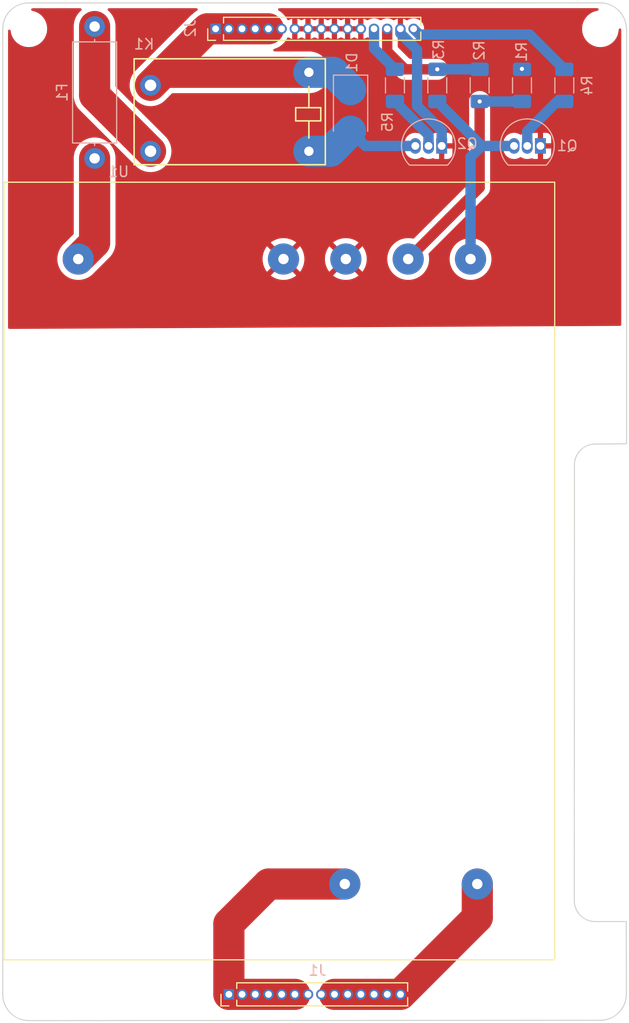
<source format=kicad_pcb>
(kicad_pcb (version 20211014) (generator pcbnew)
  (layers (0 "F.Cu" signal) (31 "B.Cu" signal) (34 "B.Paste" user) (35 "F.Paste" user) (36 "B.SilkS" user "B.Silkscreen") (37 "F.SilkS" user "F.Silkscreen") (38 "B.Mask" user) (39 "F.Mask" user) (44 "Edge.Cuts" user))
  (net 0 "")
  (net 1 "+12V")
  (net 2 "Net-(D1-Pad2)")
  (net 3 "Net-(F1-Pad1)")
  (net 4 "/V12LCD")
  (net 5 "Net-(J1-Pad10)")
  (net 6 "Net-(J1-Pad1)")
  (net 7 "+5V")
  (net 8 "/LED_ON_RELE")
  (net 9 "/PWM_OUT")
  (net 10 "GND")
  (net 11 "Net-(Q1-Pad2)")
  (net 12 "/PWM")
  (net 13 "Net-(Q2-Pad2)")
  (net 14 "/ANALOG")
  (footprint "Connector_PinHeader_1.27mm:PinHeader_1x16_P1.27mm_Vertical" (layer "F.Cu") (at 140.055 31.05 90)
    (fp_text reference "J2" (at 0.03 -2.435 90) (layer "B.SilkS") (effects (justify mirror)))
    (fp_text value "Conn_01x16" hide)
    (fp_line (start 0.30753 19.745) (end 1.11 19.745) (layer "F.SilkS") (width 0.12))
    (fp_line (start 1.11 0.76) (end 1.11 19.745) (layer "F.SilkS") (width 0.12))
    (fp_line (start -1.11 0) (end -1.11 -0.76) (layer "F.SilkS") (width 0.12))
    (fp_line (start -1.11 0.76) (end -1.11 19.745) (layer "F.SilkS") (width 0.12))
    (fp_line (start 0.563471 0.76) (end 1.11 0.76) (layer "F.SilkS") (width 0.12))
    (fp_line (start -1.11 19.745) (end -0.30753 19.745) (layer "F.SilkS") (width 0.12))
    (fp_line (start -1.11 0.76) (end -0.563471 0.76) (layer "F.SilkS") (width 0.12))
    (fp_line (start -1.11 -0.76) (end 0 -0.76) (layer "F.SilkS") (width 0.12))
    (pad "1" thru_hole rect (at 0 0 90) (size 1 1) (drill 0.65) (layers *.Cu *.Mask) (net 1 "+12V"))
    (pad "2" thru_hole oval (at 0 1.27 90) (size 1 1) (drill 0.65) (layers *.Cu *.Mask) (net 1 "+12V"))
    (pad "3" thru_hole oval (at 0 2.54 90) (size 1 1) (drill 0.65) (layers *.Cu *.Mask) (net 1 "+12V"))
    (pad "4" thru_hole oval (at 0 3.81 90) (size 1 1) (drill 0.65) (layers *.Cu *.Mask) (net 1 "+12V"))
    (pad "5" thru_hole oval (at 0 5.08 90) (size 1 1) (drill 0.65) (layers *.Cu *.Mask) (net 1 "+12V"))
    (pad "6" thru_hole oval (at 0 6.35 90) (size 1 1) (drill 0.65) (layers *.Cu *.Mask) (net 1 "+12V"))
    (pad "7" thru_hole oval (at 0 7.62 90) (size 1 1) (drill 0.65) (layers *.Cu *.Mask) (net 10 "GND"))
    (pad "8" thru_hole oval (at 0 8.89 90) (size 1 1) (drill 0.65) (layers *.Cu *.Mask) (net 10 "GND"))
    (pad "9" thru_hole oval (at 0 10.16 90) (size 1 1) (drill 0.65) (layers *.Cu *.Mask) (net 10 "GND"))
    (pad "10" thru_hole oval (at 0 11.43 90) (size 1 1) (drill 0.65) (layers *.Cu *.Mask) (net 10 "GND"))
    (pad "11" thru_hole oval (at 0 12.7 90) (size 1 1) (drill 0.65) (layers *.Cu *.Mask) (net 10 "GND"))
    (pad "12" thru_hole oval (at 0 13.97 90) (size 1 1) (drill 0.65) (layers *.Cu *.Mask) (net 10 "GND"))
    (pad "13" thru_hole oval (at 0 15.24 90) (size 1 1) (drill 0.65) (layers *.Cu *.Mask) (net 8 "/LED_ON_RELE"))
    (pad "14" thru_hole oval (at 0 16.51 90) (size 1 1) (drill 0.65) (layers *.Cu *.Mask) (net 7 "+5V"))
    (pad "15" thru_hole oval (at 0 17.78 90) (size 1 1) (drill 0.65) (layers *.Cu *.Mask) (net 10 "GND"))
    (pad "16" thru_hole oval (at 0 19.05 90) (size 1 1) (drill 0.65) (layers *.Cu *.Mask) (net 9 "/PWM_OUT"))
  )
  (footprint "Connector_PinHeader_1.27mm:PinHeader_1x14_P1.27mm_Vertical" (layer "F.Cu") (at 141.33 124.05 90)
    (fp_text reference "J1" (at 2.3 8.52) (layer "B.SilkS") (effects (justify mirror)))
    (fp_text value "Conn_01x06" hide)
    (fp_line (start 0.563471 0.76) (end 1.11 0.76) (layer "F.SilkS") (width 0.12))
    (fp_line (start -1.11 0.76) (end -1.11 17.205) (layer "F.SilkS") (width 0.12))
    (fp_line (start -1.11 17.205) (end -0.30753 17.205) (layer "F.SilkS") (width 0.12))
    (fp_line (start -1.11 0) (end -1.11 -0.76) (layer "F.SilkS") (width 0.12))
    (fp_line (start 1.11 0.76) (end 1.11 17.205) (layer "F.SilkS") (width 0.12))
    (fp_line (start -1.11 -0.76) (end 0 -0.76) (layer "F.SilkS") (width 0.12))
    (fp_line (start 0.30753 17.205) (end 1.11 17.205) (layer "F.SilkS") (width 0.12))
    (fp_line (start -1.11 0.76) (end -0.563471 0.76) (layer "F.SilkS") (width 0.12))
    (pad "1" thru_hole rect (at 0 0 90) (size 1 1) (drill 0.65) (layers *.Cu *.Mask) (net 6 "Net-(J1-Pad1)"))
    (pad "2" thru_hole oval (at 0 1.27 90) (size 1 1) (drill 0.65) (layers *.Cu *.Mask) (net 6 "Net-(J1-Pad1)"))
    (pad "3" thru_hole oval (at 0 2.54 90) (size 1 1) (drill 0.65) (layers *.Cu *.Mask) (net 6 "Net-(J1-Pad1)"))
    (pad "4" thru_hole oval (at 0 3.81 90) (size 1 1) (drill 0.65) (layers *.Cu *.Mask) (net 6 "Net-(J1-Pad1)"))
    (pad "5" thru_hole oval (at 0 5.08 90) (size 1 1) (drill 0.65) (layers *.Cu *.Mask) (net 6 "Net-(J1-Pad1)"))
    (pad "6" thru_hole oval (at 0 6.35 90) (size 1 1) (drill 0.65) (layers *.Cu *.Mask) (net 6 "Net-(J1-Pad1)"))
    (pad "7" thru_hole oval (at 0 7.62 90) (size 1 1) (drill 0.65) (layers *.Cu *.Mask) (net 6 "Net-(J1-Pad1)"))
    (pad "8" thru_hole oval (at 0 8.89 90) (size 1 1) (drill 0.65) (layers *.Cu *.Mask) (net 5 "Net-(J1-Pad10)"))
    (pad "9" thru_hole oval (at 0 10.16 90) (size 1 1) (drill 0.65) (layers *.Cu *.Mask) (net 5 "Net-(J1-Pad10)"))
    (pad "10" thru_hole oval (at 0 11.43 90) (size 1 1) (drill 0.65) (layers *.Cu *.Mask) (net 5 "Net-(J1-Pad10)"))
    (pad "11" thru_hole oval (at 0 12.7 90) (size 1 1) (drill 0.65) (layers *.Cu *.Mask) (net 5 "Net-(J1-Pad10)"))
    (pad "12" thru_hole oval (at 0 13.97 90) (size 1 1) (drill 0.65) (layers *.Cu *.Mask) (net 5 "Net-(J1-Pad10)"))
    (pad "13" thru_hole oval (at 0 15.24 90) (size 1 1) (drill 0.65) (layers *.Cu *.Mask) (net 5 "Net-(J1-Pad10)"))
    (pad "14" thru_hole oval (at 0 16.51 90) (size 1 1) (drill 0.65) (layers *.Cu *.Mask) (net 5 "Net-(J1-Pad10)"))
  )
  (footprint "MountingHole:MountingHole_2.5mm" (layer "F.Cu") (at 122.08 124.05)
    (fp_text reference "REF**" hide)
    (fp_text value "MountingHole_2.5mm" hide)
    (pad "" np_thru_hole circle locked (at 0 0) (size 2.5 2.5) (drill 2.5) (layers *.Cu *.Mask))
  )
  (footprint "MountingHole:MountingHole_2.5mm" (layer "F.Cu") (at 177.08 31.05)
    (fp_text reference "REF**" hide)
    (fp_text value "MountingHole_2.5mm" hide)
    (pad "" np_thru_hole circle locked (at 0 0) (size 2.5 2.5) (drill 2.5) (layers F&B.Cu *.Mask))
  )
  (footprint "MountingHole:MountingHole_2.5mm" (layer "F.Cu") (at 177.08 124.05)
    (fp_text reference "REF**" hide)
    (fp_text value "MountingHole_2.5mm" hide)
    (pad "" np_thru_hole circle locked (at 0 0) (size 2.5 2.5) (drill 2.5) (layers *.Cu *.Mask))
  )
  (footprint "relay_my:Realy_DPST_HF32FA" (layer "F.Cu") (at 149.03 42.84 180)
    (fp_text reference "K1" (at 15.86 10.31) (layer "B.SilkS") (effects (justify mirror)))
    (fp_text value "SILxx-1Axx-71x" hide)
    (fp_line (start 0 2.921) (end -1.143 2.921) (layer "F.SilkS") (width 0.15))
    (fp_line (start 0 4.191) (end 0 6.223) (layer "F.SilkS") (width 0.15))
    (fp_line (start 16.82 8.9) (end -1.58 8.9) (layer "F.SilkS") (width 0.15))
    (fp_line (start 16.82 -1.3) (end 16.82 8.9) (layer "F.SilkS") (width 0.15))
    (fp_line (start -1.58 -1.3) (end -1.58 8.9) (layer "F.SilkS") (width 0.15))
    (fp_line (start -1.143 2.921) (end -1.143 4.191) (layer "F.SilkS") (width 0.15))
    (fp_line (start -1.58 -1.3) (end 16.82 -1.3) (layer "F.SilkS") (width 0.15))
    (fp_line (start 0 2.921) (end 1.27 2.921) (layer "F.SilkS") (width 0.15))
    (fp_line (start -1.143 4.191) (end 0 4.191) (layer "F.SilkS") (width 0.15))
    (fp_line (start 0 1.27) (end 0 2.921) (layer "F.SilkS") (width 0.15))
    (fp_line (start 1.27 4.191) (end 0 4.191) (layer "F.SilkS") (width 0.15))
    (fp_line (start 1.27 2.921) (end 1.27 4.191) (layer "F.SilkS") (width 0.15))
    (pad "1" thru_hole circle (at 0 0 180) (size 1.8 1.8) (drill 0.9) (layers *.Cu *.Mask) (net 2 "Net-(D1-Pad2)"))
    (pad "2" thru_hole circle (at 0 7.6 180) (size 1.8 1.8) (drill 0.9) (layers *.Cu *.Mask) (net 1 "+12V"))
    (pad "3" thru_hole circle (at 15.24 6.35 180) (size 2 2) (drill 1.1) (layers *.Cu *.Mask) (net 1 "+12V"))
    (pad "4" thru_hole circle (at 15.24 0 180) (size 2 2) (drill 1.1) (layers *.Cu *.Mask) (net 3 "Net-(F1-Pad1)"))
  )
  (footprint "dimmer:LDH-45A" (layer "F.Cu") (at 119.685 45.825)
    (fp_text reference "U1" (at 11.035 -1.01 unlocked) (layer "B.SilkS") (effects (justify mirror)))
    (fp_text value "LDH-45A-350" hide)
    (fp_rect (start 0 0) (end 53 74.9) (layer "F.SilkS") (width 0.12) (fill none))
    (pad "1" thru_hole circle (at 7.15 7.4) (size 3 3) (drill 1) (layers *.Cu *.Mask) (net 4 "/V12LCD"))
    (pad "2" thru_hole circle (at 26.9 7.4) (size 3 3) (drill 1) (layers *.Cu *.Mask) (net 10 "GND"))
    (pad "3" thru_hole circle (at 32.9 7.4) (size 3 3) (drill 1) (layers *.Cu *.Mask) (net 10 "GND"))
    (pad "4" thru_hole circle (at 38.9 7.4) (size 3 3) (drill 1) (layers *.Cu *.Mask) (net 14 "/ANALOG"))
    (pad "5" thru_hole circle (at 44.9 7.4) (size 3 3) (drill 1) (layers *.Cu *.Mask) (net 12 "/PWM"))
    (pad "6" thru_hole circle (at 45.55 67.6) (size 3 3) (drill 1) (layers *.Cu *.Mask) (net 5 "Net-(J1-Pad10)"))
    (pad "7" thru_hole circle (at 32.8 67.6) (size 3 3) (drill 1) (layers *.Cu *.Mask) (net 6 "Net-(J1-Pad1)"))
  )
  (footprint "MountingHole:MountingHole_2.5mm" (layer "F.Cu") (at 122.08 31.05)
    (fp_text reference "REF**" hide)
    (fp_text value "MountingHole_2.5mm" hide)
    (pad "" np_thru_hole circle locked (at 0 0) (size 2.5 2.5) (drill 2.5) (layers *.Cu *.Mask))
  )
  (footprint "Diode_SMD:D_SMA" (layer "B.Cu") (at 153.04 38.91 -90)
    (fp_text reference "D1" (at -4.61 -0.13 90) (layer "B.SilkS") (effects (justify mirror)))
    (fp_text value "1N4003" hide)
    (fp_line (start -3.4 1.65) (end 2 1.65) (layer "B.SilkS") (width 0.12))
    (fp_line (start -3.4 1.65) (end -3.4 -1.65) (layer "B.SilkS") (width 0.12))
    (fp_line (start -3.4 -1.65) (end 2 -1.65) (layer "B.SilkS") (width 0.12))
    (pad "1" smd rect (at -2 0 270) (size 2.5 1.8) (layers "B.Cu" "B.Paste" "B.Mask") (net 1 "+12V"))
    (pad "2" smd rect (at 2 0 270) (size 2.5 1.8) (layers "B.Cu" "B.Paste" "B.Mask") (net 2 "Net-(D1-Pad2)"))
  )
  (footprint "Resistor_SMD:R_1206_3216Metric_Pad1.30x1.75mm_HandSolder" (layer "B.Cu") (at 169.535 36.5 -90)
    (fp_text reference "R1" (at -3.23 0.045 90) (layer "B.SilkS") (effects (justify mirror)))
    (fp_text value "0" hide)
    (fp_line (start -0.727064 0.91) (end 0.727064 0.91) (layer "B.SilkS") (width 0.12))
    (fp_line (start -0.727064 -0.91) (end 0.727064 -0.91) (layer "B.SilkS") (width 0.12))
    (pad "1" smd roundrect (at -1.55 0 270) (size 1.3 1.75) (layers "B.Cu" "B.Paste" "B.Mask") (roundrect_rratio 0.192308) (net 10 "GND"))
    (pad "2" smd roundrect (at 1.55 0 270) (size 1.3 1.75) (layers "B.Cu" "B.Paste" "B.Mask") (roundrect_rratio 0.192308) (net 14 "/ANALOG"))
  )
  (footprint "Resistor_SMD:R_1206_3216Metric_Pad1.30x1.75mm_HandSolder" (layer "B.Cu") (at 161.385 36.5 -90)
    (fp_text reference "R3" (at -3.46 -0.135 90) (layer "B.SilkS") (effects (justify mirror)))
    (fp_text value "470" hide)
    (fp_line (start -0.727064 -0.91) (end 0.727064 -0.91) (layer "B.SilkS") (width 0.12))
    (fp_line (start -0.727064 0.91) (end 0.727064 0.91) (layer "B.SilkS") (width 0.12))
    (pad "1" smd roundrect (at -1.55 0 270) (size 1.3 1.75) (layers "B.Cu" "B.Paste" "B.Mask") (roundrect_rratio 0.192308) (net 7 "+5V"))
    (pad "2" smd roundrect (at 1.55 0 270) (size 1.3 1.75) (layers "B.Cu" "B.Paste" "B.Mask") (roundrect_rratio 0.192308) (net 12 "/PWM"))
  )
  (footprint "Resistor_SMD:R_1206_3216Metric_Pad1.30x1.75mm_HandSolder" (layer "B.Cu") (at 157.31 36.5 90)
    (fp_text reference "R5" (at -3.53 -0.72 90) (layer "B.SilkS") (effects (justify mirror)))
    (fp_text value "1k" hide)
    (fp_line (start -0.727064 0.91) (end 0.727064 0.91) (layer "B.SilkS") (width 0.12))
    (fp_line (start -0.727064 -0.91) (end 0.727064 -0.91) (layer "B.SilkS") (width 0.12))
    (pad "1" smd roundrect (at -1.55 0 90) (size 1.3 1.75) (layers "B.Cu" "B.Paste" "B.Mask") (roundrect_rratio 0.192308) (net 13 "Net-(Q2-Pad2)"))
    (pad "2" smd roundrect (at 1.55 0 90) (size 1.3 1.75) (layers "B.Cu" "B.Paste" "B.Mask") (roundrect_rratio 0.192308) (net 8 "/LED_ON_RELE"))
  )
  (footprint "Inductor_THT:L_Axial_L9.5mm_D4.0mm_P12.70mm_Horizontal_Fastron_SMCC" (layer "B.Cu") (at 128.41 30.83 -90)
    (fp_text reference "F1" (at 6.35 3.12 90) (layer "B.SilkS") (effects (justify mirror)))
    (fp_text value "Fuse" hide)
    (fp_line (start 1.48 2.12) (end 1.48 -2.12) (layer "B.SilkS") (width 0.12))
    (fp_line (start 1.48 -2.12) (end 11.22 -2.12) (layer "B.SilkS") (width 0.12))
    (fp_line (start 11.46 0) (end 11.22 0) (layer "B.SilkS") (width 0.12))
    (fp_line (start 11.22 2.12) (end 1.48 2.12) (layer "B.SilkS") (width 0.12))
    (fp_line (start 11.22 -2.12) (end 11.22 2.12) (layer "B.SilkS") (width 0.12))
    (fp_line (start 1.24 0) (end 1.48 0) (layer "B.SilkS") (width 0.12))
    (pad "1" thru_hole circle (at 0 0 270) (size 2 2) (drill 1) (layers *.Cu *.Mask) (net 3 "Net-(F1-Pad1)"))
    (pad "2" thru_hole oval (at 12.7 0 270) (size 2 2) (drill 1) (layers *.Cu *.Mask) (net 4 "/V12LCD"))
  )
  (footprint "Package_TO_SOT_THT:TO-92_Inline" (layer "B.Cu") (at 161.81 42.33 180)
    (fp_text reference "Q2" (at -2.45 0.22) (layer "B.SilkS") (effects (justify mirror)))
    (fp_text value "2N3904" hide)
    (fp_line (start -0.53 -1.85) (end 3.07 -1.85) (layer "B.SilkS") (width 0.12))
    (fp_arc (start 1.27 2.6) (mid -1.132087 0.994977) (end -0.568478 -1.838478) (layer "B.SilkS") (width 0.12))
    (fp_arc (start 3.108478 -1.838478) (mid 3.672087 0.994977) (end 1.27 2.6) (layer "B.SilkS") (width 0.12))
    (pad "1" thru_hole rect (at 0 0 180) (size 1.05 1.5) (drill 0.75) (layers *.Cu *.Mask) (net 10 "GND"))
    (pad "2" thru_hole oval (at 1.27 0 180) (size 1.05 1.5) (drill 0.75) (layers *.Cu *.Mask) (net 13 "Net-(Q2-Pad2)"))
    (pad "3" thru_hole oval (at 2.54 0 180) (size 1.05 1.5) (drill 0.75) (layers *.Cu *.Mask) (net 2 "Net-(D1-Pad2)"))
  )
  (footprint "Resistor_SMD:R_1206_3216Metric_Pad1.30x1.75mm_HandSolder" (layer "B.Cu") (at 173.61 36.5 -90)
    (fp_text reference "R4" (at 0.01 -2.19 90) (layer "B.SilkS") (effects (justify mirror)))
    (fp_text value "165" hide)
    (fp_line (start -0.727064 0.91) (end 0.727064 0.91) (layer "B.SilkS") (width 0.12))
    (fp_line (start -0.727064 -0.91) (end 0.727064 -0.91) (layer "B.SilkS") (width 0.12))
    (pad "1" smd roundrect (at -1.55 0 270) (size 1.3 1.75) (layers "B.Cu" "B.Paste" "B.Mask") (roundrect_rratio 0.192308) (net 9 "/PWM_OUT"))
    (pad "2" smd roundrect (at 1.55 0 270) (size 1.3 1.75) (layers "B.Cu" "B.Paste" "B.Mask") (roundrect_rratio 0.192308) (net 11 "Net-(Q1-Pad2)"))
  )
  (footprint "Package_TO_SOT_THT:TO-92_Inline" (layer "B.Cu") (at 171.31 42.33 180)
    (fp_text reference "Q1" (at -2.58 0.01) (layer "B.SilkS") (effects (justify mirror)))
    (fp_text value "2N3904" hide)
    (fp_line (start -0.53 -1.85) (end 3.07 -1.85) (layer "B.SilkS") (width 0.12))
    (fp_arc (start 3.108478 -1.838478) (mid 3.672087 0.994977) (end 1.27 2.6) (layer "B.SilkS") (width 0.12))
    (fp_arc (start 1.27 2.6) (mid -1.132087 0.994977) (end -0.568478 -1.838478) (layer "B.SilkS") (width 0.12))
    (pad "1" thru_hole rect (at 0 0 180) (size 1.05 1.5) (drill 0.75) (layers *.Cu *.Mask) (net 10 "GND"))
    (pad "2" thru_hole oval (at 1.27 0 180) (size 1.05 1.5) (drill 0.75) (layers *.Cu *.Mask) (net 11 "Net-(Q1-Pad2)"))
    (pad "3" thru_hole oval (at 2.54 0 180) (size 1.05 1.5) (drill 0.75) (layers *.Cu *.Mask) (net 12 "/PWM"))
  )
  (footprint "Resistor_SMD:R_1206_3216Metric_Pad1.30x1.75mm_HandSolder" (layer "B.Cu") (at 165.46 36.5 90)
    (fp_text reference "R2" (at 3.36 -0.04 90) (layer "B.SilkS") (effects (justify mirror)))
    (fp_text value "0" hide)
    (fp_line (start -0.727064 0.91) (end 0.727064 0.91) (layer "B.SilkS") (width 0.12))
    (fp_line (start -0.727064 -0.91) (end 0.727064 -0.91) (layer "B.SilkS") (width 0.12))
    (pad "1" smd roundrect (at -1.55 0 90) (size 1.3 1.75) (layers "B.Cu" "B.Paste" "B.Mask") (roundrect_rratio 0.192308) (net 14 "/ANALOG"))
    (pad "2" smd roundrect (at 1.55 0 90) (size 1.3 1.75) (layers "B.Cu" "B.Paste" "B.Mask") (roundrect_rratio 0.192308) (net 7 "+5V"))
  )
  (gr_line (start 176.588356 117.04) (end 179.57 117.04) (layer "Edge.Cuts") (width 0.1))
  (gr_line (start 179.6 71.02) (end 179.6 30.98) (layer "Edge.Cuts") (width 0.1))
  (gr_line (start 174.568356 115.07) (end 174.584214 73.044214) (layer "Edge.Cuts") (width 0.1))
  (gr_arc (start 177.09 28.55) (mid 178.818845 29.269208) (end 179.58 30.98) (layer "Edge.Cuts") (width 0.1))
  (gr_arc (start 179.58 124.01) (mid 178.859505 125.79418) (end 177.09 126.55) (layer "Edge.Cuts") (width 0.1))
  (gr_line (start 122.06 126.58) (end 177.09 126.55) (layer "Edge.Cuts") (width 0.1))
  (gr_arc (start 122.06 126.58) (mid 120.283046 125.817408) (end 119.57 124.02) (layer "Edge.Cuts") (width 0.1))
  (gr_arc (start 176.588356 117.04) (mid 175.177567 116.465961) (end 174.568356 115.07) (layer "Edge.Cuts") (width 0.1))
  (gr_arc (start 119.57 31.05) (mid 120.281865 29.307068) (end 122.01 28.56) (layer "Edge.Cuts") (width 0.1))
  (gr_line (start 179.58 124.03) (end 179.57 117.04) (layer "Edge.Cuts") (width 0.1))
  (gr_line (start 177.09 28.55) (end 122.01 28.56) (layer "Edge.Cuts") (width 0.1))
  (gr_line (start 119.57 31.05) (end 119.57 124.02) (layer "Edge.Cuts") (width 0.1))
  (gr_line (start 176.6 71.044214) (end 179.62 71.02) (layer "Edge.Cuts") (width 0.1))
  (gr_arc (start 174.584214 73.044214) (mid 175.175562 71.624381) (end 176.6 71.044214) (layer "Edge.Cuts") (width 0.1))
  (segment (start 133.79 36.49) (end 139.02 31.26) (width 3) (layer "F.Cu") (net 1))
  (segment (start 139.02 31.26) (end 139.05 31.26) (width 3) (layer "F.Cu") (net 1))
  (segment (start 135.04 35.24) (end 133.79 36.49) (width 3) (layer "F.Cu") (net 1))
  (segment (start 149.03 35.24) (end 135.04 35.24) (width 3) (layer "F.Cu") (net 1))
  (segment (start 139.26 31.05) (end 145.135 31.05) (width 3) (layer "F.Cu") (net 1))
  (segment (start 139.05 31.26) (end 139.26 31.05) (width 3) (layer "F.Cu") (net 1))
  (segment (start 151.37 35.24) (end 153.04 36.91) (width 3) (layer "B.Cu") (net 1))
  (segment (start 149.03 35.24) (end 151.37 35.24) (width 3) (layer "B.Cu") (net 1))
  (segment (start 151.11 42.84) (end 153.04 40.91) (width 3) (layer "B.Cu") (net 2))
  (segment (start 159.27 42.33) (end 154.46 42.33) (width 1) (layer "B.Cu") (net 2))
  (segment (start 149.03 42.84) (end 151.11 42.84) (width 3) (layer "B.Cu") (net 2))
  (segment (start 154.46 42.33) (end 153.04 40.91) (width 1) (layer "B.Cu") (net 2))
  (segment (start 133.79 42.84) (end 128.41 37.46) (width 3) (layer "F.Cu") (net 3))
  (segment (start 128.41 37.46) (end 128.41 30.83) (width 3) (layer "F.Cu") (net 3))
  (segment (start 128.41 43.53) (end 128.41 51.65) (width 3) (layer "F.Cu") (net 4))
  (segment (start 128.41 51.65) (end 126.835 53.225) (width 3) (layer "F.Cu") (net 4))
  (segment (start 165.235 116.655) (end 157.84 124.05) (width 3) (layer "F.Cu") (net 5))
  (segment (start 165.235 113.425) (end 165.235 116.655) (width 3) (layer "F.Cu") (net 5))
  (segment (start 157.84 124.05) (end 151.49 124.05) (width 3) (layer "F.Cu") (net 5))
  (segment (start 141.33 124.05) (end 147.68 124.05) (width 3) (layer "F.Cu") (net 6))
  (segment (start 152.485 113.425) (end 145.145 113.425) (width 3) (layer "F.Cu") (net 6))
  (segment (start 145.145 113.425) (end 141.33 117.24) (width 3) (layer "F.Cu") (net 6))
  (segment (start 141.33 117.24) (end 141.33 124.05) (width 3) (layer "F.Cu") (net 6))
  (segment (start 161.385 34.95) (end 158.287872 34.95) (width 1) (layer "F.Cu") (net 7))
  (segment (start 156.565 33.227128) (end 156.565 31.05) (width 1) (layer "F.Cu") (net 7))
  (segment (start 158.287872 34.95) (end 156.565 33.227128) (width 1) (layer "F.Cu") (net 7))
  (via (at 161.385 34.95) (size 0.8) (drill 0.4) (layers "F.Cu" "B.Cu") (net 7))
  (segment (start 165.46 34.95) (end 161.385 34.95) (width 1) (layer "B.Cu") (net 7))
  (segment (start 155.295 32.935) (end 157.31 34.95) (width 1) (layer "B.Cu") (net 8))
  (segment (start 155.295 31.05) (end 155.295 32.935) (width 1) (layer "B.Cu") (net 8))
  (segment (start 173.61 34.95) (end 170.26 31.6) (width 1) (layer "B.Cu") (net 9))
  (segment (start 170.26 31.6) (end 159.655 31.6) (width 1) (layer "B.Cu") (net 9))
  (segment (start 159.655 31.6) (end 159.105 31.05) (width 1) (layer "B.Cu") (net 9))
  (via (at 169.53 34.91) (size 0.8) (drill 0.4) (layers "F.Cu" "B.Cu") (net 10))
  (segment (start 157.835 31.485) (end 157.835 31.05) (width 1) (layer "B.Cu") (net 10))
  (segment (start 159.44 33.09) (end 157.835 31.485) (width 1) (layer "B.Cu") (net 10))
  (segment (start 161.81 40.843503) (end 159.44 38.473503) (width 1) (layer "B.Cu") (net 10))
  (segment (start 159.44 38.473503) (end 159.44 33.09) (width 1) (layer "B.Cu") (net 10))
  (segment (start 161.81 42.33) (end 161.81 40.843503) (width 1) (layer "B.Cu") (net 10))
  (segment (start 170.04 40.925) (end 172.915 38.05) (width 1) (layer "B.Cu") (net 11))
  (segment (start 170.04 42.33) (end 170.04 40.925) (width 1) (layer "B.Cu") (net 11))
  (segment (start 172.915 38.05) (end 173.61 38.05) (width 1) (layer "B.Cu") (net 11))
  (segment (start 168.77 42.33) (end 165.665 42.33) (width 1) (layer "B.Cu") (net 12))
  (segment (start 165.665 42.33) (end 161.385 38.05) (width 1) (layer "B.Cu") (net 12))
  (segment (start 164.585 43.41) (end 165.665 42.33) (width 1) (layer "B.Cu") (net 12))
  (segment (start 164.585 53.225) (end 164.585 43.41) (width 1) (layer "B.Cu") (net 12))
  (segment (start 157.31 38.05) (end 160.54 41.28) (width 1) (layer "B.Cu") (net 13))
  (segment (start 160.54 41.28) (end 160.54 42.33) (width 1) (layer "B.Cu") (net 13))
  (segment (start 158.585 53.225) (end 165.46 46.35) (width 1) (layer "F.Cu") (net 14))
  (segment (start 165.46 46.35) (end 165.46 38.05) (width 1) (layer "F.Cu") (net 14))
  (via (at 165.46 38.05) (size 0.8) (drill 0.4) (layers "F.Cu" "B.Cu") (net 14))
  (segment (start 169.535 38.05) (end 165.46 38.05) (width 1) (layer "B.Cu") (net 14))
  (zone (net 10) (net_name "GND") (layer "F.Cu") (connect_pads (clearance 0.508)) (min_thickness 0.254) (fill yes (thermal_gap 0.508) (thermal_bridge_width 0.508))
    (polygon (pts (xy 179.59 59.66) (xy 119.694467 59.959836) (xy 119.434467 28.739836) (xy 179.61 28.52)))
  )
)
</source>
